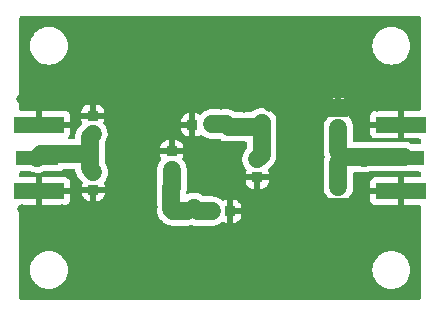
<source format=gbr>
%TF.GenerationSoftware,KiCad,Pcbnew,(6.0.1)*%
%TF.CreationDate,2022-02-12T11:42:24+00:00*%
%TF.ProjectId,LowPass_7mm,4c6f7750-6173-4735-9f37-6d6d2e6b6963,rev?*%
%TF.SameCoordinates,Original*%
%TF.FileFunction,Copper,L1,Top*%
%TF.FilePolarity,Positive*%
%FSLAX46Y46*%
G04 Gerber Fmt 4.6, Leading zero omitted, Abs format (unit mm)*
G04 Created by KiCad (PCBNEW (6.0.1)) date 2022-02-12 11:42:24*
%MOMM*%
%LPD*%
G01*
G04 APERTURE LIST*
G04 Aperture macros list*
%AMRoundRect*
0 Rectangle with rounded corners*
0 $1 Rounding radius*
0 $2 $3 $4 $5 $6 $7 $8 $9 X,Y pos of 4 corners*
0 Add a 4 corners polygon primitive as box body*
4,1,4,$2,$3,$4,$5,$6,$7,$8,$9,$2,$3,0*
0 Add four circle primitives for the rounded corners*
1,1,$1+$1,$2,$3*
1,1,$1+$1,$4,$5*
1,1,$1+$1,$6,$7*
1,1,$1+$1,$8,$9*
0 Add four rect primitives between the rounded corners*
20,1,$1+$1,$2,$3,$4,$5,0*
20,1,$1+$1,$4,$5,$6,$7,0*
20,1,$1+$1,$6,$7,$8,$9,0*
20,1,$1+$1,$8,$9,$2,$3,0*%
G04 Aperture macros list end*
%TA.AperFunction,SMDPad,CuDef*%
%ADD10RoundRect,0.225000X0.250000X-0.225000X0.250000X0.225000X-0.250000X0.225000X-0.250000X-0.225000X0*%
%TD*%
%TA.AperFunction,SMDPad,CuDef*%
%ADD11R,1.500000X0.600000*%
%TD*%
%TA.AperFunction,SMDPad,CuDef*%
%ADD12R,0.600000X1.500000*%
%TD*%
%TA.AperFunction,SMDPad,CuDef*%
%ADD13RoundRect,0.225000X-0.250000X0.225000X-0.250000X-0.225000X0.250000X-0.225000X0.250000X0.225000X0*%
%TD*%
%TA.AperFunction,SMDPad,CuDef*%
%ADD14RoundRect,0.225000X0.225000X0.250000X-0.225000X0.250000X-0.225000X-0.250000X0.225000X-0.250000X0*%
%TD*%
%TA.AperFunction,SMDPad,CuDef*%
%ADD15R,3.600000X1.270000*%
%TD*%
%TA.AperFunction,SMDPad,CuDef*%
%ADD16R,4.200000X1.350000*%
%TD*%
%TA.AperFunction,SMDPad,CuDef*%
%ADD17RoundRect,0.225000X-0.225000X-0.250000X0.225000X-0.250000X0.225000X0.250000X-0.225000X0.250000X0*%
%TD*%
%TA.AperFunction,ViaPad*%
%ADD18C,0.800000*%
%TD*%
%TA.AperFunction,Conductor*%
%ADD19C,1.500000*%
%TD*%
G04 APERTURE END LIST*
D10*
%TO.P,C4,1*%
%TO.N,Net-(C3-Pad1)*%
X113411000Y-113500200D03*
%TO.P,C4,2*%
%TO.N,GND*%
X113411000Y-111950200D03*
%TD*%
D11*
%TO.P,L1,1,1*%
%TO.N,Net-(C1-Pad1)*%
X106481200Y-112189600D03*
%TO.P,L1,2,2*%
%TO.N,Net-(C3-Pad1)*%
X113381200Y-115089600D03*
%TD*%
D12*
%TO.P,L2,1,1*%
%TO.N,Net-(C3-Pad1)*%
X115328700Y-116759400D03*
%TO.P,L2,2,2*%
%TO.N,Net-(C5-Pad1)*%
X118228700Y-109859400D03*
%TD*%
D10*
%TO.P,C1,1*%
%TO.N,Net-(C1-Pad1)*%
X106714800Y-110491400D03*
%TO.P,C1,2*%
%TO.N,GND*%
X106714800Y-108941400D03*
%TD*%
D11*
%TO.P,L3,1,1*%
%TO.N,Net-(C5-Pad1)*%
X121010000Y-109548000D03*
%TO.P,L3,2,2*%
%TO.N,Net-(C7-Pad1)*%
X127910000Y-112448000D03*
%TD*%
D13*
%TO.P,C8,1*%
%TO.N,Net-(C7-Pad1)*%
X127508000Y-114924200D03*
%TO.P,C8,2*%
%TO.N,GND*%
X127508000Y-116474200D03*
%TD*%
%TO.P,C2,1*%
%TO.N,Net-(C1-Pad1)*%
X106765600Y-113665800D03*
%TO.P,C2,2*%
%TO.N,GND*%
X106765600Y-115215800D03*
%TD*%
%TO.P,C6,1*%
%TO.N,Net-(C5-Pad1)*%
X120636400Y-112610600D03*
%TO.P,C6,2*%
%TO.N,GND*%
X120636400Y-114160600D03*
%TD*%
D14*
%TO.P,C5,1*%
%TO.N,Net-(C5-Pad1)*%
X116678300Y-109702600D03*
%TO.P,C5,2*%
%TO.N,GND*%
X115128300Y-109702600D03*
%TD*%
D15*
%TO.P,J2,1,In*%
%TO.N,Net-(C7-Pad1)*%
X133000000Y-112500000D03*
D16*
%TO.P,J2,2,Ext*%
%TO.N,GND*%
X132800000Y-109675000D03*
X132800000Y-115325000D03*
%TD*%
D15*
%TO.P,J1,1,In*%
%TO.N,Net-(C1-Pad1)*%
X102000000Y-112500000D03*
D16*
%TO.P,J1,2,Ext*%
%TO.N,GND*%
X102200000Y-109675000D03*
X102200000Y-115325000D03*
%TD*%
D10*
%TO.P,C7,1*%
%TO.N,Net-(C7-Pad1)*%
X127508000Y-109946400D03*
%TO.P,C7,2*%
%TO.N,GND*%
X127508000Y-108396400D03*
%TD*%
D17*
%TO.P,C3,1*%
%TO.N,Net-(C3-Pad1)*%
X116791100Y-117017800D03*
%TO.P,C3,2*%
%TO.N,GND*%
X118341100Y-117017800D03*
%TD*%
D18*
%TO.N,GND*%
X118135400Y-111734600D03*
X115163600Y-114782600D03*
X115112800Y-111556800D03*
X125679200Y-112496600D03*
X122961400Y-109067600D03*
X111353600Y-112369600D03*
X125704600Y-106781600D03*
X113588800Y-110337600D03*
X113893600Y-118719600D03*
X130784600Y-108231600D03*
X125679200Y-109651800D03*
X100660200Y-107492800D03*
X100685600Y-116840000D03*
X108331000Y-112826800D03*
X118556700Y-114249200D03*
X129387600Y-117883600D03*
X106807000Y-116662200D03*
X108254800Y-108737400D03*
X112090200Y-118237000D03*
X105410000Y-115062000D03*
X111379000Y-110083600D03*
X102387400Y-116890800D03*
X102133400Y-107442000D03*
X130708400Y-116969200D03*
X108315000Y-115025000D03*
X125780800Y-114657800D03*
X120661800Y-115570000D03*
X117566100Y-108051600D03*
X112344200Y-121031000D03*
X111379000Y-115189000D03*
X104114600Y-116814600D03*
X122809000Y-112649000D03*
X125806200Y-118137600D03*
X111810800Y-116636800D03*
X122885200Y-110871000D03*
X125933200Y-108204000D03*
X127127000Y-106883200D03*
X116255800Y-118745000D03*
X122211200Y-114249200D03*
X125831600Y-116611400D03*
X103759000Y-107543600D03*
X108280200Y-110871000D03*
X105308400Y-109270800D03*
X127330200Y-118086800D03*
X106629200Y-107289600D03*
X120331600Y-117144800D03*
X114681000Y-108229400D03*
X121666000Y-108204000D03*
X119507000Y-108254800D03*
X118429700Y-118618000D03*
X129133600Y-107291800D03*
%TD*%
D19*
%TO.N,Net-(C7-Pad1)*%
X129577700Y-112448000D02*
X129600900Y-112424800D01*
X127910000Y-112448000D02*
X129577700Y-112448000D01*
%TO.N,Net-(C5-Pad1)*%
X121010000Y-112237000D02*
X120636400Y-112610600D01*
X121010000Y-109548000D02*
X121010000Y-112237000D01*
X120698600Y-109859400D02*
X118228700Y-109859400D01*
X121010000Y-109548000D02*
X120698600Y-109859400D01*
%TO.N,Net-(C1-Pad1)*%
X106481200Y-112189600D02*
X102310400Y-112189600D01*
X102310400Y-112189600D02*
X102000000Y-112500000D01*
X106481200Y-113381400D02*
X106765600Y-113665800D01*
X106481200Y-112189600D02*
X106481200Y-113381400D01*
X106481200Y-110725000D02*
X106714800Y-110491400D01*
X106481200Y-112189600D02*
X106481200Y-110725000D01*
%TO.N,Net-(C3-Pad1)*%
X113381200Y-116858500D02*
X113502100Y-116979400D01*
X113381200Y-115089600D02*
X113381200Y-116858500D01*
X113411000Y-115059800D02*
X113381200Y-115089600D01*
X113411000Y-113500200D02*
X113411000Y-115059800D01*
%TO.N,GND*%
X128124180Y-116623720D02*
X125882400Y-116623720D01*
X128047980Y-108246880D02*
X125882400Y-108246880D01*
%TO.N,Net-(C3-Pad1)*%
X113502100Y-116979400D02*
X114734300Y-116979400D01*
X116791100Y-117017800D02*
X115587100Y-117017800D01*
X115587100Y-117017800D02*
X115328700Y-116759400D01*
%TO.N,Net-(C5-Pad1)*%
X116817100Y-109626400D02*
X117995700Y-109626400D01*
X117995700Y-109626400D02*
X118228700Y-109859400D01*
%TO.N,Net-(C7-Pad1)*%
X127508000Y-114924200D02*
X127508000Y-112928400D01*
X129649500Y-112473400D02*
X129727900Y-112395000D01*
X129727900Y-112395000D02*
X133027700Y-112395000D01*
X127508000Y-112928400D02*
X128011600Y-112424800D01*
X129600900Y-112424800D02*
X129649500Y-112473400D01*
X127508000Y-109946400D02*
X127508000Y-111921200D01*
X127508000Y-111921200D02*
X128011600Y-112424800D01*
%TD*%
%TA.AperFunction,Conductor*%
%TO.N,GND*%
G36*
X134442121Y-100520002D02*
G01*
X134488614Y-100573658D01*
X134500000Y-100626000D01*
X134500000Y-108366000D01*
X134479998Y-108434121D01*
X134426342Y-108480614D01*
X134374000Y-108492000D01*
X133072115Y-108492000D01*
X133056876Y-108496475D01*
X133055671Y-108497865D01*
X133054000Y-108505548D01*
X133054000Y-110839884D01*
X133058475Y-110855123D01*
X133059865Y-110856328D01*
X133067548Y-110857999D01*
X134374000Y-110857999D01*
X134442121Y-110878001D01*
X134488614Y-110931657D01*
X134500000Y-110983999D01*
X134500000Y-111238500D01*
X134479998Y-111306621D01*
X134426342Y-111353114D01*
X134374000Y-111364500D01*
X133774572Y-111364500D01*
X133707616Y-111345237D01*
X133661120Y-111316070D01*
X133597710Y-111276293D01*
X133390595Y-111193034D01*
X133385107Y-111191897D01*
X133385102Y-111191896D01*
X133192566Y-111152024D01*
X133172010Y-111147767D01*
X133167397Y-111147501D01*
X133117174Y-111144605D01*
X133117170Y-111144605D01*
X133115351Y-111144500D01*
X129818754Y-111144500D01*
X129802308Y-111143422D01*
X129786037Y-111141280D01*
X129780477Y-111140548D01*
X129774877Y-111140812D01*
X129774876Y-111140812D01*
X129699642Y-111144360D01*
X129693707Y-111144500D01*
X129671270Y-111144500D01*
X129668486Y-111144748D01*
X129668474Y-111144749D01*
X129645439Y-111146805D01*
X129640176Y-111147164D01*
X129604103Y-111148865D01*
X129557502Y-111151063D01*
X129552039Y-111152314D01*
X129552033Y-111152315D01*
X129540189Y-111155028D01*
X129523255Y-111157710D01*
X129505561Y-111159289D01*
X129500145Y-111160771D01*
X129500143Y-111160771D01*
X129425723Y-111181130D01*
X129420609Y-111182415D01*
X129368627Y-111194320D01*
X129340500Y-111197500D01*
X128884500Y-111197500D01*
X128816379Y-111177498D01*
X128769886Y-111123842D01*
X128758500Y-111071500D01*
X128758500Y-110394669D01*
X130192001Y-110394669D01*
X130192371Y-110401490D01*
X130197895Y-110452352D01*
X130201521Y-110467604D01*
X130246676Y-110588054D01*
X130255214Y-110603649D01*
X130331715Y-110705724D01*
X130344276Y-110718285D01*
X130446351Y-110794786D01*
X130461946Y-110803324D01*
X130582394Y-110848478D01*
X130597649Y-110852105D01*
X130648514Y-110857631D01*
X130655328Y-110858000D01*
X132527885Y-110858000D01*
X132543124Y-110853525D01*
X132544329Y-110852135D01*
X132546000Y-110844452D01*
X132546000Y-109947115D01*
X132541525Y-109931876D01*
X132540135Y-109930671D01*
X132532452Y-109929000D01*
X130210116Y-109929000D01*
X130194877Y-109933475D01*
X130193672Y-109934865D01*
X130192001Y-109942548D01*
X130192001Y-110394669D01*
X128758500Y-110394669D01*
X128758500Y-109889770D01*
X128755904Y-109860676D01*
X128752041Y-109817403D01*
X128743711Y-109724061D01*
X128684808Y-109508749D01*
X128676526Y-109491384D01*
X128636331Y-109407114D01*
X128634314Y-109402885D01*
X130192000Y-109402885D01*
X130196475Y-109418124D01*
X130197865Y-109419329D01*
X130205548Y-109421000D01*
X132527885Y-109421000D01*
X132543124Y-109416525D01*
X132544329Y-109415135D01*
X132546000Y-109407452D01*
X132546000Y-108510116D01*
X132541525Y-108494877D01*
X132540135Y-108493672D01*
X132532452Y-108492001D01*
X130655331Y-108492001D01*
X130648510Y-108492371D01*
X130597648Y-108497895D01*
X130582396Y-108501521D01*
X130461946Y-108546676D01*
X130446351Y-108555214D01*
X130344276Y-108631715D01*
X130331715Y-108644276D01*
X130255214Y-108746351D01*
X130246676Y-108761946D01*
X130201522Y-108882394D01*
X130197895Y-108897649D01*
X130192369Y-108948514D01*
X130192000Y-108955328D01*
X130192000Y-109402885D01*
X128634314Y-109402885D01*
X128588708Y-109307271D01*
X128458448Y-109125995D01*
X128436985Y-109105196D01*
X128401985Y-109043426D01*
X128405937Y-108972540D01*
X128417410Y-108948596D01*
X128423004Y-108939520D01*
X128429151Y-108926339D01*
X128478491Y-108777586D01*
X128481358Y-108764210D01*
X128490672Y-108673303D01*
X128490929Y-108668274D01*
X128486525Y-108653276D01*
X128485135Y-108652071D01*
X128477452Y-108650400D01*
X126543115Y-108650400D01*
X126527876Y-108654875D01*
X126526671Y-108656265D01*
X126525000Y-108663948D01*
X126525000Y-108666838D01*
X126525337Y-108673353D01*
X126534894Y-108765457D01*
X126537788Y-108778856D01*
X126587381Y-108927507D01*
X126593554Y-108940683D01*
X126599713Y-108950637D01*
X126618550Y-109019089D01*
X126597388Y-109086858D01*
X126585762Y-109101738D01*
X126511691Y-109183141D01*
X126511686Y-109183148D01*
X126507914Y-109187293D01*
X126389293Y-109376390D01*
X126306034Y-109583505D01*
X126304897Y-109588993D01*
X126304896Y-109588998D01*
X126278048Y-109718642D01*
X126260767Y-109802090D01*
X126257500Y-109858749D01*
X126257500Y-111830338D01*
X126256422Y-111846785D01*
X126253547Y-111868622D01*
X126253812Y-111874234D01*
X126257360Y-111949471D01*
X126257500Y-111955407D01*
X126257500Y-111977830D01*
X126257750Y-111980628D01*
X126259804Y-112003652D01*
X126260163Y-112008913D01*
X126264063Y-112091598D01*
X126265314Y-112097061D01*
X126265315Y-112097067D01*
X126268028Y-112108911D01*
X126270710Y-112125845D01*
X126272289Y-112143539D01*
X126273771Y-112148955D01*
X126273771Y-112148957D01*
X126294131Y-112223381D01*
X126295417Y-112228499D01*
X126299257Y-112245266D01*
X126313897Y-112309187D01*
X126316095Y-112314341D01*
X126316099Y-112314352D01*
X126320866Y-112325526D01*
X126326505Y-112341716D01*
X126331192Y-112358851D01*
X126333610Y-112363920D01*
X126338461Y-112374091D01*
X126349734Y-112444187D01*
X126343508Y-112470393D01*
X126338775Y-112483759D01*
X126336910Y-112488697D01*
X126324871Y-112518646D01*
X126306034Y-112565505D01*
X126304898Y-112570991D01*
X126304896Y-112570997D01*
X126302430Y-112582906D01*
X126297825Y-112599402D01*
X126291892Y-112616156D01*
X126287880Y-112640658D01*
X126278514Y-112697849D01*
X126277552Y-112703037D01*
X126265826Y-112759663D01*
X126260767Y-112784090D01*
X126260501Y-112788701D01*
X126260501Y-112788702D01*
X126259177Y-112811661D01*
X126257730Y-112824764D01*
X126256726Y-112830898D01*
X126256726Y-112830904D01*
X126255818Y-112836446D01*
X126255906Y-112842060D01*
X126255906Y-112842062D01*
X126257484Y-112942505D01*
X126257500Y-112944484D01*
X126257500Y-114980830D01*
X126257749Y-114983617D01*
X126257749Y-114983623D01*
X126260431Y-115013674D01*
X126272289Y-115146539D01*
X126273770Y-115151953D01*
X126273771Y-115151958D01*
X126289275Y-115208629D01*
X126331192Y-115361851D01*
X126427292Y-115563329D01*
X126557552Y-115744605D01*
X126561584Y-115748512D01*
X126579015Y-115765404D01*
X126614015Y-115827174D01*
X126610063Y-115898060D01*
X126598590Y-115922004D01*
X126592996Y-115931080D01*
X126586849Y-115944261D01*
X126537509Y-116093014D01*
X126534642Y-116106390D01*
X126525328Y-116197297D01*
X126525071Y-116202326D01*
X126529475Y-116217324D01*
X126530865Y-116218529D01*
X126538548Y-116220200D01*
X128472885Y-116220200D01*
X128488124Y-116215725D01*
X128489329Y-116214335D01*
X128491000Y-116206652D01*
X128491000Y-116203762D01*
X128490663Y-116197247D01*
X128481106Y-116105143D01*
X128478212Y-116091744D01*
X128462507Y-116044669D01*
X130192001Y-116044669D01*
X130192371Y-116051490D01*
X130197895Y-116102352D01*
X130201521Y-116117604D01*
X130246676Y-116238054D01*
X130255214Y-116253649D01*
X130331715Y-116355724D01*
X130344276Y-116368285D01*
X130446351Y-116444786D01*
X130461946Y-116453324D01*
X130582394Y-116498478D01*
X130597649Y-116502105D01*
X130648514Y-116507631D01*
X130655328Y-116508000D01*
X132527885Y-116508000D01*
X132543124Y-116503525D01*
X132544329Y-116502135D01*
X132546000Y-116494452D01*
X132546000Y-115597115D01*
X132541525Y-115581876D01*
X132540135Y-115580671D01*
X132532452Y-115579000D01*
X130210116Y-115579000D01*
X130194877Y-115583475D01*
X130193672Y-115584865D01*
X130192001Y-115592548D01*
X130192001Y-116044669D01*
X128462507Y-116044669D01*
X128428619Y-115943093D01*
X128422446Y-115929917D01*
X128416287Y-115919963D01*
X128397450Y-115851511D01*
X128418612Y-115783742D01*
X128430238Y-115768862D01*
X128504309Y-115687459D01*
X128504314Y-115687452D01*
X128508086Y-115683307D01*
X128626707Y-115494210D01*
X128709966Y-115287095D01*
X128727152Y-115204110D01*
X128754296Y-115073034D01*
X128755233Y-115068510D01*
X128756134Y-115052885D01*
X130192000Y-115052885D01*
X130196475Y-115068124D01*
X130197865Y-115069329D01*
X130205548Y-115071000D01*
X132527885Y-115071000D01*
X132543124Y-115066525D01*
X132544329Y-115065135D01*
X132546000Y-115057452D01*
X132546000Y-114160116D01*
X132541525Y-114144877D01*
X132540135Y-114143672D01*
X132532452Y-114142001D01*
X130655331Y-114142001D01*
X130648510Y-114142371D01*
X130597648Y-114147895D01*
X130582396Y-114151521D01*
X130461946Y-114196676D01*
X130446351Y-114205214D01*
X130344276Y-114281715D01*
X130331715Y-114294276D01*
X130255214Y-114396351D01*
X130246676Y-114411946D01*
X130201522Y-114532394D01*
X130197895Y-114547649D01*
X130192369Y-114598514D01*
X130192000Y-114605328D01*
X130192000Y-115052885D01*
X128756134Y-115052885D01*
X128758395Y-115013674D01*
X128758395Y-115013670D01*
X128758500Y-115011851D01*
X128758500Y-113824500D01*
X128778502Y-113756379D01*
X128832158Y-113709886D01*
X128884500Y-113698500D01*
X129365709Y-113698500D01*
X129382156Y-113699578D01*
X129464830Y-113710463D01*
X129468744Y-113711041D01*
X129552006Y-113724675D01*
X129552008Y-113724675D01*
X129557546Y-113725582D01*
X129563160Y-113725494D01*
X129563164Y-113725494D01*
X129568057Y-113725417D01*
X129586481Y-113726479D01*
X129591348Y-113727120D01*
X129591359Y-113727120D01*
X129596922Y-113727853D01*
X129651664Y-113725271D01*
X129686822Y-113723613D01*
X129690779Y-113723489D01*
X129752487Y-113722520D01*
X129780741Y-113722076D01*
X129786236Y-113720998D01*
X129786244Y-113720997D01*
X129791073Y-113720049D01*
X129809398Y-113717832D01*
X129814285Y-113717602D01*
X129814289Y-113717601D01*
X129819898Y-113717337D01*
X129825372Y-113716083D01*
X129825374Y-113716083D01*
X129864945Y-113707020D01*
X129907604Y-113697250D01*
X129911466Y-113696429D01*
X129994278Y-113680182D01*
X129999788Y-113679101D01*
X130009591Y-113675279D01*
X130027227Y-113669853D01*
X130037487Y-113667503D01*
X130042648Y-113665302D01*
X130042653Y-113665300D01*
X130065386Y-113655603D01*
X130114821Y-113645500D01*
X133084330Y-113645500D01*
X133087117Y-113645251D01*
X133087123Y-113645251D01*
X133190794Y-113635998D01*
X133201995Y-113635499D01*
X134374000Y-113635499D01*
X134442121Y-113655501D01*
X134488614Y-113709157D01*
X134500000Y-113761499D01*
X134500000Y-114016000D01*
X134479998Y-114084121D01*
X134426342Y-114130614D01*
X134374000Y-114142000D01*
X133072115Y-114142000D01*
X133056876Y-114146475D01*
X133055671Y-114147865D01*
X133054000Y-114155548D01*
X133054000Y-116489884D01*
X133058475Y-116505123D01*
X133059865Y-116506328D01*
X133067548Y-116507999D01*
X134374000Y-116507999D01*
X134442121Y-116528001D01*
X134488614Y-116581657D01*
X134500000Y-116633999D01*
X134500000Y-124374000D01*
X134479998Y-124442121D01*
X134426342Y-124488614D01*
X134374000Y-124500000D01*
X100626000Y-124500000D01*
X100557879Y-124479998D01*
X100511386Y-124426342D01*
X100500000Y-124374000D01*
X100500000Y-122000000D01*
X101394551Y-122000000D01*
X101414317Y-122251148D01*
X101473127Y-122496111D01*
X101569534Y-122728859D01*
X101701164Y-122943659D01*
X101704376Y-122947419D01*
X101704379Y-122947424D01*
X101849256Y-123117052D01*
X101864776Y-123135224D01*
X101868538Y-123138437D01*
X102052576Y-123295621D01*
X102052581Y-123295624D01*
X102056341Y-123298836D01*
X102271141Y-123430466D01*
X102275711Y-123432359D01*
X102275715Y-123432361D01*
X102499316Y-123524979D01*
X102503889Y-123526873D01*
X102588289Y-123547135D01*
X102744039Y-123584528D01*
X102744045Y-123584529D01*
X102748852Y-123585683D01*
X102837149Y-123592632D01*
X102934661Y-123600307D01*
X102934670Y-123600307D01*
X102937118Y-123600500D01*
X103062882Y-123600500D01*
X103065330Y-123600307D01*
X103065339Y-123600307D01*
X103162851Y-123592632D01*
X103251148Y-123585683D01*
X103255955Y-123584529D01*
X103255961Y-123584528D01*
X103411711Y-123547135D01*
X103496111Y-123526873D01*
X103500684Y-123524979D01*
X103724285Y-123432361D01*
X103724289Y-123432359D01*
X103728859Y-123430466D01*
X103943659Y-123298836D01*
X103947419Y-123295624D01*
X103947424Y-123295621D01*
X104131462Y-123138437D01*
X104135224Y-123135224D01*
X104150744Y-123117052D01*
X104295621Y-122947424D01*
X104295624Y-122947419D01*
X104298836Y-122943659D01*
X104430466Y-122728859D01*
X104526873Y-122496111D01*
X104585683Y-122251148D01*
X104605449Y-122000000D01*
X130394551Y-122000000D01*
X130414317Y-122251148D01*
X130473127Y-122496111D01*
X130569534Y-122728859D01*
X130701164Y-122943659D01*
X130704376Y-122947419D01*
X130704379Y-122947424D01*
X130849256Y-123117052D01*
X130864776Y-123135224D01*
X130868538Y-123138437D01*
X131052576Y-123295621D01*
X131052581Y-123295624D01*
X131056341Y-123298836D01*
X131271141Y-123430466D01*
X131275711Y-123432359D01*
X131275715Y-123432361D01*
X131499316Y-123524979D01*
X131503889Y-123526873D01*
X131588289Y-123547135D01*
X131744039Y-123584528D01*
X131744045Y-123584529D01*
X131748852Y-123585683D01*
X131837149Y-123592632D01*
X131934661Y-123600307D01*
X131934670Y-123600307D01*
X131937118Y-123600500D01*
X132062882Y-123600500D01*
X132065330Y-123600307D01*
X132065339Y-123600307D01*
X132162851Y-123592632D01*
X132251148Y-123585683D01*
X132255955Y-123584529D01*
X132255961Y-123584528D01*
X132411711Y-123547135D01*
X132496111Y-123526873D01*
X132500684Y-123524979D01*
X132724285Y-123432361D01*
X132724289Y-123432359D01*
X132728859Y-123430466D01*
X132943659Y-123298836D01*
X132947419Y-123295624D01*
X132947424Y-123295621D01*
X133131462Y-123138437D01*
X133135224Y-123135224D01*
X133150744Y-123117052D01*
X133295621Y-122947424D01*
X133295624Y-122947419D01*
X133298836Y-122943659D01*
X133430466Y-122728859D01*
X133526873Y-122496111D01*
X133585683Y-122251148D01*
X133605449Y-122000000D01*
X133585683Y-121748852D01*
X133526873Y-121503889D01*
X133430466Y-121271141D01*
X133298836Y-121056341D01*
X133295624Y-121052581D01*
X133295621Y-121052576D01*
X133138437Y-120868538D01*
X133135224Y-120864776D01*
X133117052Y-120849256D01*
X132947424Y-120704379D01*
X132947419Y-120704376D01*
X132943659Y-120701164D01*
X132728859Y-120569534D01*
X132724289Y-120567641D01*
X132724285Y-120567639D01*
X132500684Y-120475021D01*
X132500682Y-120475020D01*
X132496111Y-120473127D01*
X132411711Y-120452865D01*
X132255961Y-120415472D01*
X132255955Y-120415471D01*
X132251148Y-120414317D01*
X132162851Y-120407368D01*
X132065339Y-120399693D01*
X132065330Y-120399693D01*
X132062882Y-120399500D01*
X131937118Y-120399500D01*
X131934670Y-120399693D01*
X131934661Y-120399693D01*
X131837149Y-120407368D01*
X131748852Y-120414317D01*
X131744045Y-120415471D01*
X131744039Y-120415472D01*
X131588289Y-120452865D01*
X131503889Y-120473127D01*
X131499318Y-120475020D01*
X131499316Y-120475021D01*
X131275715Y-120567639D01*
X131275711Y-120567641D01*
X131271141Y-120569534D01*
X131056341Y-120701164D01*
X131052581Y-120704376D01*
X131052576Y-120704379D01*
X130882948Y-120849256D01*
X130864776Y-120864776D01*
X130861563Y-120868538D01*
X130704379Y-121052576D01*
X130704376Y-121052581D01*
X130701164Y-121056341D01*
X130569534Y-121271141D01*
X130473127Y-121503889D01*
X130414317Y-121748852D01*
X130394551Y-122000000D01*
X104605449Y-122000000D01*
X104585683Y-121748852D01*
X104526873Y-121503889D01*
X104430466Y-121271141D01*
X104298836Y-121056341D01*
X104295624Y-121052581D01*
X104295621Y-121052576D01*
X104138437Y-120868538D01*
X104135224Y-120864776D01*
X104117052Y-120849256D01*
X103947424Y-120704379D01*
X103947419Y-120704376D01*
X103943659Y-120701164D01*
X103728859Y-120569534D01*
X103724289Y-120567641D01*
X103724285Y-120567639D01*
X103500684Y-120475021D01*
X103500682Y-120475020D01*
X103496111Y-120473127D01*
X103411711Y-120452865D01*
X103255961Y-120415472D01*
X103255955Y-120415471D01*
X103251148Y-120414317D01*
X103162851Y-120407368D01*
X103065339Y-120399693D01*
X103065330Y-120399693D01*
X103062882Y-120399500D01*
X102937118Y-120399500D01*
X102934670Y-120399693D01*
X102934661Y-120399693D01*
X102837149Y-120407368D01*
X102748852Y-120414317D01*
X102744045Y-120415471D01*
X102744039Y-120415472D01*
X102588289Y-120452865D01*
X102503889Y-120473127D01*
X102499318Y-120475020D01*
X102499316Y-120475021D01*
X102275715Y-120567639D01*
X102275711Y-120567641D01*
X102271141Y-120569534D01*
X102056341Y-120701164D01*
X102052581Y-120704376D01*
X102052576Y-120704379D01*
X101882948Y-120849256D01*
X101864776Y-120864776D01*
X101861563Y-120868538D01*
X101704379Y-121052576D01*
X101704376Y-121052581D01*
X101701164Y-121056341D01*
X101569534Y-121271141D01*
X101473127Y-121503889D01*
X101414317Y-121748852D01*
X101394551Y-122000000D01*
X100500000Y-122000000D01*
X100500000Y-116805922D01*
X112126747Y-116805922D01*
X112127012Y-116811534D01*
X112130560Y-116886771D01*
X112130700Y-116892707D01*
X112130700Y-116915130D01*
X112130950Y-116917928D01*
X112133004Y-116940952D01*
X112133363Y-116946213D01*
X112137263Y-117028898D01*
X112138514Y-117034361D01*
X112138515Y-117034367D01*
X112141228Y-117046211D01*
X112143910Y-117063145D01*
X112145489Y-117080839D01*
X112146971Y-117086255D01*
X112146971Y-117086257D01*
X112167331Y-117160681D01*
X112168617Y-117165799D01*
X112187097Y-117246487D01*
X112189295Y-117251641D01*
X112189299Y-117251652D01*
X112194066Y-117262826D01*
X112199705Y-117279016D01*
X112204392Y-117296151D01*
X112240035Y-117370877D01*
X112242193Y-117375657D01*
X112274676Y-117451813D01*
X112284436Y-117466671D01*
X112292842Y-117481591D01*
X112300492Y-117497629D01*
X112303763Y-117502182D01*
X112303766Y-117502186D01*
X112348789Y-117564841D01*
X112351777Y-117569187D01*
X112397231Y-117638384D01*
X112400306Y-117641835D01*
X112415598Y-117658999D01*
X112423840Y-117669286D01*
X112430752Y-117678905D01*
X112483861Y-117730371D01*
X112506991Y-117752786D01*
X112508401Y-117754175D01*
X112553610Y-117799384D01*
X112564477Y-117811774D01*
X112577890Y-117829254D01*
X112600703Y-117850012D01*
X112637776Y-117883746D01*
X112642071Y-117887845D01*
X112657906Y-117903680D01*
X112677809Y-117920321D01*
X112681766Y-117923774D01*
X112742993Y-117979486D01*
X112747747Y-117982468D01*
X112747748Y-117982469D01*
X112758038Y-117988924D01*
X112771896Y-117998991D01*
X112785537Y-118010397D01*
X112790411Y-118013177D01*
X112857443Y-118051412D01*
X112861949Y-118054108D01*
X112932090Y-118098107D01*
X112948588Y-118104739D01*
X112964001Y-118112191D01*
X112979437Y-118120995D01*
X113033682Y-118140204D01*
X113057461Y-118148625D01*
X113062397Y-118150490D01*
X113139205Y-118181366D01*
X113144691Y-118182502D01*
X113144697Y-118182504D01*
X113156606Y-118184970D01*
X113173102Y-118189575D01*
X113189856Y-118195508D01*
X113195393Y-118196415D01*
X113195394Y-118196415D01*
X113271544Y-118208885D01*
X113276733Y-118209847D01*
X113353265Y-118225696D01*
X113357790Y-118226633D01*
X113362400Y-118226899D01*
X113362401Y-118226899D01*
X113385361Y-118228223D01*
X113398467Y-118229670D01*
X113404602Y-118230675D01*
X113404609Y-118230676D01*
X113410145Y-118231582D01*
X113415759Y-118231494D01*
X113415761Y-118231494D01*
X113516204Y-118229916D01*
X113518183Y-118229900D01*
X114790930Y-118229900D01*
X114793717Y-118229651D01*
X114793723Y-118229651D01*
X114864120Y-118223368D01*
X114956639Y-118215111D01*
X115068063Y-118184629D01*
X115139046Y-118185947D01*
X115148306Y-118189256D01*
X115218991Y-118217671D01*
X115219001Y-118217674D01*
X115224205Y-118219766D01*
X115229699Y-118220904D01*
X115229703Y-118220905D01*
X115241597Y-118223368D01*
X115258108Y-118227978D01*
X115262886Y-118229670D01*
X115274857Y-118233909D01*
X115346063Y-118245569D01*
X115356550Y-118247286D01*
X115361741Y-118248248D01*
X115442790Y-118265033D01*
X115447400Y-118265299D01*
X115447401Y-118265299D01*
X115470362Y-118266623D01*
X115483468Y-118268070D01*
X115489603Y-118269075D01*
X115489610Y-118269076D01*
X115495146Y-118269982D01*
X115500760Y-118269894D01*
X115500762Y-118269894D01*
X115601205Y-118268316D01*
X115603184Y-118268300D01*
X116847730Y-118268300D01*
X116850517Y-118268051D01*
X116850523Y-118268051D01*
X116920097Y-118261841D01*
X117013439Y-118253511D01*
X117018853Y-118252030D01*
X117018858Y-118252029D01*
X117176563Y-118208885D01*
X117228751Y-118194608D01*
X117233809Y-118192196D01*
X117233813Y-118192194D01*
X117379159Y-118122867D01*
X117430229Y-118098508D01*
X117611505Y-117968248D01*
X117632304Y-117946785D01*
X117694074Y-117911785D01*
X117764960Y-117915737D01*
X117788904Y-117927210D01*
X117797980Y-117932804D01*
X117811161Y-117938951D01*
X117959914Y-117988291D01*
X117973290Y-117991158D01*
X118064197Y-118000472D01*
X118069226Y-118000729D01*
X118084224Y-117996325D01*
X118085429Y-117994935D01*
X118087100Y-117987252D01*
X118087100Y-117982685D01*
X118595100Y-117982685D01*
X118599575Y-117997924D01*
X118600965Y-117999129D01*
X118608648Y-118000800D01*
X118611538Y-118000800D01*
X118618053Y-118000463D01*
X118710157Y-117990906D01*
X118723556Y-117988012D01*
X118872207Y-117938419D01*
X118885386Y-117932245D01*
X119018273Y-117850012D01*
X119029674Y-117840976D01*
X119140086Y-117730371D01*
X119149098Y-117718960D01*
X119231104Y-117585920D01*
X119237251Y-117572739D01*
X119286591Y-117423986D01*
X119289458Y-117410610D01*
X119298772Y-117319703D01*
X119299100Y-117313287D01*
X119299100Y-117289915D01*
X119294625Y-117274676D01*
X119293235Y-117273471D01*
X119285552Y-117271800D01*
X118613215Y-117271800D01*
X118597976Y-117276275D01*
X118596771Y-117277665D01*
X118595100Y-117285348D01*
X118595100Y-117982685D01*
X118087100Y-117982685D01*
X118087100Y-116745685D01*
X118595100Y-116745685D01*
X118599575Y-116760924D01*
X118600965Y-116762129D01*
X118608648Y-116763800D01*
X119280985Y-116763800D01*
X119296224Y-116759325D01*
X119297429Y-116757935D01*
X119299100Y-116750252D01*
X119299100Y-116744638D01*
X126525000Y-116744638D01*
X126525337Y-116751153D01*
X126534894Y-116843257D01*
X126537788Y-116856656D01*
X126587381Y-117005307D01*
X126593555Y-117018486D01*
X126675788Y-117151373D01*
X126684824Y-117162774D01*
X126795429Y-117273186D01*
X126806840Y-117282198D01*
X126939880Y-117364204D01*
X126953061Y-117370351D01*
X127101814Y-117419691D01*
X127115190Y-117422558D01*
X127206097Y-117431872D01*
X127212513Y-117432200D01*
X127235885Y-117432200D01*
X127251124Y-117427725D01*
X127252329Y-117426335D01*
X127254000Y-117418652D01*
X127254000Y-117414085D01*
X127762000Y-117414085D01*
X127766475Y-117429324D01*
X127767865Y-117430529D01*
X127775548Y-117432200D01*
X127803438Y-117432200D01*
X127809953Y-117431863D01*
X127902057Y-117422306D01*
X127915456Y-117419412D01*
X128064107Y-117369819D01*
X128077286Y-117363645D01*
X128210173Y-117281412D01*
X128221574Y-117272376D01*
X128331986Y-117161771D01*
X128340998Y-117150360D01*
X128423004Y-117017320D01*
X128429151Y-117004139D01*
X128478491Y-116855386D01*
X128481358Y-116842010D01*
X128490672Y-116751103D01*
X128490929Y-116746074D01*
X128486525Y-116731076D01*
X128485135Y-116729871D01*
X128477452Y-116728200D01*
X127780115Y-116728200D01*
X127764876Y-116732675D01*
X127763671Y-116734065D01*
X127762000Y-116741748D01*
X127762000Y-117414085D01*
X127254000Y-117414085D01*
X127254000Y-116746315D01*
X127249525Y-116731076D01*
X127248135Y-116729871D01*
X127240452Y-116728200D01*
X126543115Y-116728200D01*
X126527876Y-116732675D01*
X126526671Y-116734065D01*
X126525000Y-116741748D01*
X126525000Y-116744638D01*
X119299100Y-116744638D01*
X119299100Y-116722362D01*
X119298763Y-116715847D01*
X119289206Y-116623743D01*
X119286312Y-116610344D01*
X119236719Y-116461693D01*
X119230545Y-116448514D01*
X119148312Y-116315627D01*
X119139276Y-116304226D01*
X119028671Y-116193814D01*
X119017260Y-116184802D01*
X118884220Y-116102796D01*
X118871039Y-116096649D01*
X118722286Y-116047309D01*
X118708910Y-116044442D01*
X118618003Y-116035128D01*
X118612974Y-116034871D01*
X118597976Y-116039275D01*
X118596771Y-116040665D01*
X118595100Y-116048348D01*
X118595100Y-116745685D01*
X118087100Y-116745685D01*
X118087100Y-116052915D01*
X118082625Y-116037676D01*
X118081235Y-116036471D01*
X118073552Y-116034800D01*
X118070662Y-116034800D01*
X118064147Y-116035137D01*
X117972043Y-116044694D01*
X117958644Y-116047588D01*
X117809993Y-116097181D01*
X117796817Y-116103354D01*
X117786863Y-116109513D01*
X117718411Y-116128350D01*
X117650642Y-116107188D01*
X117635762Y-116095562D01*
X117554359Y-116021491D01*
X117554352Y-116021486D01*
X117550207Y-116017714D01*
X117361110Y-115899093D01*
X117204109Y-115835979D01*
X117159197Y-115817925D01*
X117159195Y-115817924D01*
X117153995Y-115815834D01*
X117148507Y-115814697D01*
X117148502Y-115814696D01*
X116983945Y-115780618D01*
X116935410Y-115770567D01*
X116930797Y-115770301D01*
X116880574Y-115767405D01*
X116880570Y-115767405D01*
X116878751Y-115767300D01*
X116137519Y-115767300D01*
X116069398Y-115747298D01*
X116056701Y-115737967D01*
X116052084Y-115734107D01*
X116032076Y-115713005D01*
X116012931Y-115687459D01*
X115986246Y-115651854D01*
X115914731Y-115598256D01*
X115878706Y-115571256D01*
X115878703Y-115571254D01*
X115871524Y-115565874D01*
X115778808Y-115531117D01*
X115744675Y-115518321D01*
X115744673Y-115518321D01*
X115737280Y-115515549D01*
X115729430Y-115514696D01*
X115729429Y-115514696D01*
X115679474Y-115509269D01*
X115679473Y-115509269D01*
X115676077Y-115508900D01*
X115441172Y-115508900D01*
X115431817Y-115508140D01*
X115431788Y-115508536D01*
X115426196Y-115508125D01*
X115420654Y-115507218D01*
X115415040Y-115507306D01*
X115415037Y-115507306D01*
X115314561Y-115508885D01*
X115312581Y-115508901D01*
X114981324Y-115508901D01*
X114977930Y-115509270D01*
X114977924Y-115509270D01*
X114927978Y-115514695D01*
X114927974Y-115514696D01*
X114920120Y-115515549D01*
X114819103Y-115553418D01*
X114801929Y-115559856D01*
X114731122Y-115565039D01*
X114668753Y-115531117D01*
X114634624Y-115468862D01*
X114631700Y-115441874D01*
X114631700Y-115354254D01*
X114633356Y-115333895D01*
X114640485Y-115290355D01*
X114641443Y-115285185D01*
X114658233Y-115204110D01*
X114659823Y-115176538D01*
X114661270Y-115163432D01*
X114662275Y-115157296D01*
X114662275Y-115157291D01*
X114663182Y-115151754D01*
X114662444Y-115104724D01*
X114661516Y-115045665D01*
X114661500Y-115043687D01*
X114661500Y-114431038D01*
X119653400Y-114431038D01*
X119653737Y-114437553D01*
X119663294Y-114529657D01*
X119666188Y-114543056D01*
X119715781Y-114691707D01*
X119721955Y-114704886D01*
X119804188Y-114837773D01*
X119813224Y-114849174D01*
X119923829Y-114959586D01*
X119935240Y-114968598D01*
X120068280Y-115050604D01*
X120081461Y-115056751D01*
X120230214Y-115106091D01*
X120243590Y-115108958D01*
X120334497Y-115118272D01*
X120340913Y-115118600D01*
X120364285Y-115118600D01*
X120379524Y-115114125D01*
X120380729Y-115112735D01*
X120382400Y-115105052D01*
X120382400Y-115100485D01*
X120890400Y-115100485D01*
X120894875Y-115115724D01*
X120896265Y-115116929D01*
X120903948Y-115118600D01*
X120931838Y-115118600D01*
X120938353Y-115118263D01*
X121030457Y-115108706D01*
X121043856Y-115105812D01*
X121192507Y-115056219D01*
X121205686Y-115050045D01*
X121338573Y-114967812D01*
X121349974Y-114958776D01*
X121460386Y-114848171D01*
X121469398Y-114836760D01*
X121551404Y-114703720D01*
X121557551Y-114690539D01*
X121606891Y-114541786D01*
X121609758Y-114528410D01*
X121619072Y-114437503D01*
X121619329Y-114432474D01*
X121614925Y-114417476D01*
X121613535Y-114416271D01*
X121605852Y-114414600D01*
X120908515Y-114414600D01*
X120893276Y-114419075D01*
X120892071Y-114420465D01*
X120890400Y-114428148D01*
X120890400Y-115100485D01*
X120382400Y-115100485D01*
X120382400Y-114432715D01*
X120377925Y-114417476D01*
X120376535Y-114416271D01*
X120368852Y-114414600D01*
X119671515Y-114414600D01*
X119656276Y-114419075D01*
X119655071Y-114420465D01*
X119653400Y-114428148D01*
X119653400Y-114431038D01*
X114661500Y-114431038D01*
X114661500Y-113443570D01*
X114661191Y-113440100D01*
X114654344Y-113363389D01*
X114646711Y-113277861D01*
X114587808Y-113062549D01*
X114585320Y-113057331D01*
X114524676Y-112930190D01*
X114491708Y-112861071D01*
X114361448Y-112679795D01*
X114339985Y-112658996D01*
X114304985Y-112597226D01*
X114308937Y-112526340D01*
X114320410Y-112502396D01*
X114326004Y-112493320D01*
X114332151Y-112480139D01*
X114381491Y-112331386D01*
X114384358Y-112318010D01*
X114393672Y-112227103D01*
X114393929Y-112222074D01*
X114389525Y-112207076D01*
X114388135Y-112205871D01*
X114380452Y-112204200D01*
X112446115Y-112204200D01*
X112430876Y-112208675D01*
X112429671Y-112210065D01*
X112428000Y-112217748D01*
X112428000Y-112220638D01*
X112428337Y-112227153D01*
X112437894Y-112319257D01*
X112440788Y-112332656D01*
X112490381Y-112481307D01*
X112496554Y-112494483D01*
X112502713Y-112504437D01*
X112521550Y-112572889D01*
X112500388Y-112640658D01*
X112488762Y-112655538D01*
X112414691Y-112736941D01*
X112414686Y-112736948D01*
X112410914Y-112741093D01*
X112292293Y-112930190D01*
X112209034Y-113137305D01*
X112207897Y-113142793D01*
X112207896Y-113142798D01*
X112199055Y-113185490D01*
X112163767Y-113355890D01*
X112160500Y-113412549D01*
X112160500Y-114596423D01*
X112152482Y-114640652D01*
X112140913Y-114671514D01*
X112137349Y-114681020D01*
X112130700Y-114742223D01*
X112130700Y-114977128D01*
X112129940Y-114986484D01*
X112130336Y-114986513D01*
X112129925Y-114992104D01*
X112129018Y-114997646D01*
X112129106Y-115003260D01*
X112129106Y-115003263D01*
X112130684Y-115103705D01*
X112130700Y-115105684D01*
X112130700Y-116767638D01*
X112129622Y-116784085D01*
X112126747Y-116805922D01*
X100500000Y-116805922D01*
X100500000Y-116634000D01*
X100520002Y-116565879D01*
X100573658Y-116519386D01*
X100626000Y-116508000D01*
X101927885Y-116508000D01*
X101943124Y-116503525D01*
X101944329Y-116502135D01*
X101946000Y-116494452D01*
X101946000Y-116489884D01*
X102454000Y-116489884D01*
X102458475Y-116505123D01*
X102459865Y-116506328D01*
X102467548Y-116507999D01*
X104344669Y-116507999D01*
X104351490Y-116507629D01*
X104402352Y-116502105D01*
X104417604Y-116498479D01*
X104538054Y-116453324D01*
X104553649Y-116444786D01*
X104655724Y-116368285D01*
X104668285Y-116355724D01*
X104744786Y-116253649D01*
X104753324Y-116238054D01*
X104798478Y-116117606D01*
X104802105Y-116102351D01*
X104807631Y-116051486D01*
X104808000Y-116044672D01*
X104808000Y-115597115D01*
X104803525Y-115581876D01*
X104802135Y-115580671D01*
X104794452Y-115579000D01*
X102472115Y-115579000D01*
X102456876Y-115583475D01*
X102455671Y-115584865D01*
X102454000Y-115592548D01*
X102454000Y-116489884D01*
X101946000Y-116489884D01*
X101946000Y-115486238D01*
X105782600Y-115486238D01*
X105782937Y-115492753D01*
X105792494Y-115584857D01*
X105795388Y-115598256D01*
X105844981Y-115746907D01*
X105851155Y-115760086D01*
X105933388Y-115892973D01*
X105942424Y-115904374D01*
X106053029Y-116014786D01*
X106064440Y-116023798D01*
X106197480Y-116105804D01*
X106210661Y-116111951D01*
X106359414Y-116161291D01*
X106372790Y-116164158D01*
X106463697Y-116173472D01*
X106470113Y-116173800D01*
X106493485Y-116173800D01*
X106508724Y-116169325D01*
X106509929Y-116167935D01*
X106511600Y-116160252D01*
X106511600Y-116155685D01*
X107019600Y-116155685D01*
X107024075Y-116170924D01*
X107025465Y-116172129D01*
X107033148Y-116173800D01*
X107061038Y-116173800D01*
X107067553Y-116173463D01*
X107159657Y-116163906D01*
X107173056Y-116161012D01*
X107321707Y-116111419D01*
X107334886Y-116105245D01*
X107467773Y-116023012D01*
X107479174Y-116013976D01*
X107589586Y-115903371D01*
X107598598Y-115891960D01*
X107680604Y-115758920D01*
X107686751Y-115745739D01*
X107736091Y-115596986D01*
X107738958Y-115583610D01*
X107748272Y-115492703D01*
X107748529Y-115487674D01*
X107744125Y-115472676D01*
X107742735Y-115471471D01*
X107735052Y-115469800D01*
X107037715Y-115469800D01*
X107022476Y-115474275D01*
X107021271Y-115475665D01*
X107019600Y-115483348D01*
X107019600Y-116155685D01*
X106511600Y-116155685D01*
X106511600Y-115487915D01*
X106507125Y-115472676D01*
X106505735Y-115471471D01*
X106498052Y-115469800D01*
X105800715Y-115469800D01*
X105785476Y-115474275D01*
X105784271Y-115475665D01*
X105782600Y-115483348D01*
X105782600Y-115486238D01*
X101946000Y-115486238D01*
X101946000Y-115052885D01*
X102454000Y-115052885D01*
X102458475Y-115068124D01*
X102459865Y-115069329D01*
X102467548Y-115071000D01*
X104789884Y-115071000D01*
X104805123Y-115066525D01*
X104806328Y-115065135D01*
X104807999Y-115057452D01*
X104807999Y-114605331D01*
X104807629Y-114598510D01*
X104802105Y-114547648D01*
X104798479Y-114532396D01*
X104753324Y-114411946D01*
X104744786Y-114396351D01*
X104668285Y-114294276D01*
X104655724Y-114281715D01*
X104553649Y-114205214D01*
X104538054Y-114196676D01*
X104417606Y-114151522D01*
X104402351Y-114147895D01*
X104351486Y-114142369D01*
X104344672Y-114142000D01*
X102472115Y-114142000D01*
X102456876Y-114146475D01*
X102455671Y-114147865D01*
X102454000Y-114155548D01*
X102454000Y-115052885D01*
X101946000Y-115052885D01*
X101946000Y-114160116D01*
X101941525Y-114144877D01*
X101940135Y-114143672D01*
X101932452Y-114142001D01*
X100626000Y-114142001D01*
X100557879Y-114121999D01*
X100511386Y-114068343D01*
X100500000Y-114016001D01*
X100500000Y-113761500D01*
X100520002Y-113693379D01*
X100573658Y-113646886D01*
X100626000Y-113635500D01*
X101440698Y-113635500D01*
X101499656Y-113650145D01*
X101513453Y-113657450D01*
X101726109Y-113725316D01*
X101731667Y-113726048D01*
X101731668Y-113726048D01*
X101941852Y-113753720D01*
X101941856Y-113753720D01*
X101947422Y-113754453D01*
X102170398Y-113743937D01*
X102387987Y-113694103D01*
X102393148Y-113691902D01*
X102393153Y-113691900D01*
X102501695Y-113645602D01*
X102551130Y-113635499D01*
X103847376Y-113635499D01*
X103850770Y-113635130D01*
X103850776Y-113635130D01*
X103900722Y-113629705D01*
X103900726Y-113629704D01*
X103908580Y-113628851D01*
X104042824Y-113578526D01*
X104050003Y-113573146D01*
X104050006Y-113573144D01*
X104150365Y-113497928D01*
X104157546Y-113492546D01*
X104162927Y-113485366D01*
X104169277Y-113479016D01*
X104171494Y-113481233D01*
X104215906Y-113448022D01*
X104259879Y-113440100D01*
X105112549Y-113440100D01*
X105180670Y-113460102D01*
X105227163Y-113513758D01*
X105237082Y-113547965D01*
X105237263Y-113551798D01*
X105238514Y-113557262D01*
X105238515Y-113557266D01*
X105241228Y-113569111D01*
X105243910Y-113586045D01*
X105245489Y-113603739D01*
X105246971Y-113609155D01*
X105246971Y-113609157D01*
X105267331Y-113683581D01*
X105268617Y-113688699D01*
X105280981Y-113742685D01*
X105287097Y-113769387D01*
X105289295Y-113774541D01*
X105289299Y-113774552D01*
X105294066Y-113785726D01*
X105299705Y-113801916D01*
X105304392Y-113819051D01*
X105340035Y-113893777D01*
X105342193Y-113898557D01*
X105374676Y-113974713D01*
X105384436Y-113989571D01*
X105392842Y-114004491D01*
X105400492Y-114020529D01*
X105403763Y-114025082D01*
X105403766Y-114025086D01*
X105448789Y-114087741D01*
X105451779Y-114092090D01*
X105494622Y-114157312D01*
X105497231Y-114161284D01*
X105500306Y-114164735D01*
X105515598Y-114181899D01*
X105523840Y-114192186D01*
X105530752Y-114201805D01*
X105534779Y-114205707D01*
X105606991Y-114275686D01*
X105608401Y-114277075D01*
X105838671Y-114507345D01*
X105872697Y-114569657D01*
X105867632Y-114640472D01*
X105856836Y-114662556D01*
X105850596Y-114672680D01*
X105844449Y-114685861D01*
X105795109Y-114834614D01*
X105792242Y-114847990D01*
X105782928Y-114938897D01*
X105782671Y-114943926D01*
X105787075Y-114958924D01*
X105788465Y-114960129D01*
X105796148Y-114961800D01*
X107730485Y-114961800D01*
X107745724Y-114957325D01*
X107746929Y-114955935D01*
X107748600Y-114948252D01*
X107748600Y-114945362D01*
X107748263Y-114938847D01*
X107738706Y-114846743D01*
X107735812Y-114833344D01*
X107686219Y-114684693D01*
X107680045Y-114671514D01*
X107676124Y-114665177D01*
X107657288Y-114596725D01*
X107678451Y-114528956D01*
X107684117Y-114521130D01*
X107815130Y-114354045D01*
X107815133Y-114354041D01*
X107818596Y-114349624D01*
X107923049Y-114152347D01*
X107990915Y-113939691D01*
X107996331Y-113898557D01*
X108008687Y-113804703D01*
X108020052Y-113718377D01*
X108019166Y-113699578D01*
X108014046Y-113591010D01*
X108009537Y-113495402D01*
X107959703Y-113277812D01*
X107957413Y-113272442D01*
X107874328Y-113077654D01*
X107874328Y-113077653D01*
X107872124Y-113072487D01*
X107752388Y-112890206D01*
X107731700Y-112821030D01*
X107731700Y-112230693D01*
X107731909Y-112223440D01*
X107735811Y-112155769D01*
X107735811Y-112155766D01*
X107736134Y-112150162D01*
X107732613Y-112121065D01*
X107731700Y-112105929D01*
X107731700Y-111678326D01*
X112428071Y-111678326D01*
X112432475Y-111693324D01*
X112433865Y-111694529D01*
X112441548Y-111696200D01*
X113138885Y-111696200D01*
X113154124Y-111691725D01*
X113155329Y-111690335D01*
X113157000Y-111682652D01*
X113157000Y-111678085D01*
X113665000Y-111678085D01*
X113669475Y-111693324D01*
X113670865Y-111694529D01*
X113678548Y-111696200D01*
X114375885Y-111696200D01*
X114391124Y-111691725D01*
X114392329Y-111690335D01*
X114394000Y-111682652D01*
X114394000Y-111679762D01*
X114393663Y-111673247D01*
X114384106Y-111581143D01*
X114381212Y-111567744D01*
X114331619Y-111419093D01*
X114325445Y-111405914D01*
X114243212Y-111273027D01*
X114234176Y-111261626D01*
X114123571Y-111151214D01*
X114112160Y-111142202D01*
X113979120Y-111060196D01*
X113965939Y-111054049D01*
X113817186Y-111004709D01*
X113803810Y-111001842D01*
X113712903Y-110992528D01*
X113706486Y-110992200D01*
X113683115Y-110992200D01*
X113667876Y-110996675D01*
X113666671Y-110998065D01*
X113665000Y-111005748D01*
X113665000Y-111678085D01*
X113157000Y-111678085D01*
X113157000Y-111010315D01*
X113152525Y-110995076D01*
X113151135Y-110993871D01*
X113143452Y-110992200D01*
X113115562Y-110992200D01*
X113109047Y-110992537D01*
X113016943Y-111002094D01*
X113003544Y-111004988D01*
X112854893Y-111054581D01*
X112841714Y-111060755D01*
X112708827Y-111142988D01*
X112697426Y-111152024D01*
X112587014Y-111262629D01*
X112578002Y-111274040D01*
X112495996Y-111407080D01*
X112489849Y-111420261D01*
X112440509Y-111569014D01*
X112437642Y-111582390D01*
X112428328Y-111673297D01*
X112428071Y-111678326D01*
X107731700Y-111678326D01*
X107731700Y-111266086D01*
X107748252Y-111203658D01*
X107853619Y-111018930D01*
X107853619Y-111018929D01*
X107856395Y-111014063D01*
X107858264Y-111008786D01*
X107858266Y-111008781D01*
X107929035Y-110808934D01*
X107929036Y-110808931D01*
X107930908Y-110803644D01*
X107966982Y-110583354D01*
X107965586Y-110494449D01*
X107963564Y-110365772D01*
X107963476Y-110360159D01*
X107951508Y-110299159D01*
X107921581Y-110146621D01*
X107921581Y-110146619D01*
X107920500Y-110141112D01*
X107897699Y-110082629D01*
X107870674Y-110013314D01*
X107864718Y-109998038D01*
X114170300Y-109998038D01*
X114170637Y-110004553D01*
X114180194Y-110096657D01*
X114183088Y-110110056D01*
X114232681Y-110258707D01*
X114238855Y-110271886D01*
X114321088Y-110404773D01*
X114330124Y-110416174D01*
X114440729Y-110526586D01*
X114452140Y-110535598D01*
X114585180Y-110617604D01*
X114598361Y-110623751D01*
X114747114Y-110673091D01*
X114760490Y-110675958D01*
X114851397Y-110685272D01*
X114856426Y-110685529D01*
X114871424Y-110681125D01*
X114872629Y-110679735D01*
X114874300Y-110672052D01*
X114874300Y-110667485D01*
X115382300Y-110667485D01*
X115386775Y-110682724D01*
X115388165Y-110683929D01*
X115395848Y-110685600D01*
X115398738Y-110685600D01*
X115405253Y-110685263D01*
X115497357Y-110675706D01*
X115510756Y-110672812D01*
X115659407Y-110623219D01*
X115672586Y-110617045D01*
X115811701Y-110530958D01*
X115812893Y-110532884D01*
X115868516Y-110510373D01*
X115938279Y-110523548D01*
X115965763Y-110542564D01*
X116053840Y-110622708D01*
X116053846Y-110622713D01*
X116057993Y-110626486D01*
X116247090Y-110745107D01*
X116454205Y-110828366D01*
X116459693Y-110829503D01*
X116459698Y-110829504D01*
X116597301Y-110858000D01*
X116672790Y-110873633D01*
X116677403Y-110873899D01*
X116727626Y-110876795D01*
X116727630Y-110876795D01*
X116729449Y-110876900D01*
X117440641Y-110876900D01*
X117508762Y-110896902D01*
X117541467Y-110927335D01*
X117552187Y-110941639D01*
X117571154Y-110966946D01*
X117578335Y-110972328D01*
X117678694Y-111047544D01*
X117678697Y-111047546D01*
X117685876Y-111052926D01*
X117766302Y-111083076D01*
X117812725Y-111100479D01*
X117812727Y-111100479D01*
X117820120Y-111103251D01*
X117827970Y-111104104D01*
X117827971Y-111104104D01*
X117877926Y-111109531D01*
X117881323Y-111109900D01*
X118116224Y-111109900D01*
X118125581Y-111110661D01*
X118125610Y-111110265D01*
X118131213Y-111110676D01*
X118136746Y-111111582D01*
X118142355Y-111111494D01*
X118142357Y-111111494D01*
X118242805Y-111109916D01*
X118244784Y-111109900D01*
X119633500Y-111109900D01*
X119701621Y-111129902D01*
X119748114Y-111183558D01*
X119759500Y-111235900D01*
X119759500Y-111666836D01*
X119739498Y-111734957D01*
X119722595Y-111755931D01*
X119712120Y-111766406D01*
X119605403Y-111894038D01*
X119494805Y-112087937D01*
X119492936Y-112093214D01*
X119492934Y-112093219D01*
X119422165Y-112293066D01*
X119420292Y-112298356D01*
X119419385Y-112303895D01*
X119390333Y-112481307D01*
X119384218Y-112518646D01*
X119384306Y-112524260D01*
X119384306Y-112524262D01*
X119385040Y-112570997D01*
X119387724Y-112741841D01*
X119388804Y-112747346D01*
X119429262Y-112953562D01*
X119430699Y-112960888D01*
X119432737Y-112966114D01*
X119432738Y-112966119D01*
X119508802Y-113161210D01*
X119511786Y-113168863D01*
X119514717Y-113173646D01*
X119625485Y-113354406D01*
X119625488Y-113354410D01*
X119628419Y-113359193D01*
X119632154Y-113363385D01*
X119632157Y-113363389D01*
X119715059Y-113456436D01*
X119745441Y-113520603D01*
X119736308Y-113591010D01*
X119728243Y-113606370D01*
X119721398Y-113617475D01*
X119715249Y-113630661D01*
X119665909Y-113779414D01*
X119663042Y-113792790D01*
X119653728Y-113883697D01*
X119653471Y-113888726D01*
X119657875Y-113903724D01*
X119659265Y-113904929D01*
X119666948Y-113906600D01*
X121601285Y-113906600D01*
X121616524Y-113902125D01*
X121617729Y-113900735D01*
X121619400Y-113893052D01*
X121619400Y-113890162D01*
X121619063Y-113883647D01*
X121609506Y-113791543D01*
X121606612Y-113778144D01*
X121557019Y-113629493D01*
X121550846Y-113616317D01*
X121545364Y-113607457D01*
X121526527Y-113539005D01*
X121547689Y-113471236D01*
X121563414Y-113452060D01*
X121829984Y-113185490D01*
X121842375Y-113174622D01*
X121855410Y-113164620D01*
X121859854Y-113161210D01*
X121914346Y-113101324D01*
X121918445Y-113097029D01*
X121934280Y-113081194D01*
X121950917Y-113061296D01*
X121954376Y-113057331D01*
X122006311Y-113000256D01*
X122006313Y-113000254D01*
X122010086Y-112996107D01*
X122019530Y-112981052D01*
X122029600Y-112967193D01*
X122037397Y-112957868D01*
X122037398Y-112957866D01*
X122040997Y-112953562D01*
X122077134Y-112890207D01*
X122082008Y-112881663D01*
X122084704Y-112877157D01*
X122128707Y-112807010D01*
X122135335Y-112790521D01*
X122142795Y-112775091D01*
X122148814Y-112764539D01*
X122148815Y-112764537D01*
X122151595Y-112759663D01*
X122173485Y-112697849D01*
X122179225Y-112681639D01*
X122181090Y-112676703D01*
X122209876Y-112605094D01*
X122211966Y-112599895D01*
X122213102Y-112594409D01*
X122213104Y-112594403D01*
X122215570Y-112582494D01*
X122220175Y-112565998D01*
X122226108Y-112549244D01*
X122237233Y-112481307D01*
X122239486Y-112467551D01*
X122240448Y-112462363D01*
X122256296Y-112385834D01*
X122257233Y-112381310D01*
X122258823Y-112353739D01*
X122260270Y-112340636D01*
X122261274Y-112334502D01*
X122261274Y-112334496D01*
X122262182Y-112328954D01*
X122261872Y-112309187D01*
X122260516Y-112222895D01*
X122260500Y-112220916D01*
X122260500Y-109660476D01*
X122261260Y-109651122D01*
X122260864Y-109651093D01*
X122261275Y-109645491D01*
X122262182Y-109639954D01*
X122260516Y-109533894D01*
X122260500Y-109531916D01*
X122260500Y-109491370D01*
X122260499Y-109491363D01*
X122260499Y-109200624D01*
X122259932Y-109195400D01*
X122254705Y-109147278D01*
X122254704Y-109147274D01*
X122253851Y-109139420D01*
X122203526Y-109005176D01*
X122198146Y-108997997D01*
X122198144Y-108997994D01*
X122122938Y-108897649D01*
X122117546Y-108890454D01*
X122110365Y-108885072D01*
X122110360Y-108885067D01*
X122055875Y-108844232D01*
X122024011Y-108809246D01*
X122020919Y-108804200D01*
X122020914Y-108804194D01*
X122017981Y-108799407D01*
X121991720Y-108769933D01*
X121983481Y-108759649D01*
X121963724Y-108732154D01*
X121960448Y-108727595D01*
X121918970Y-108687400D01*
X121916536Y-108685041D01*
X121910145Y-108678377D01*
X121869485Y-108632741D01*
X121865070Y-108629279D01*
X121838426Y-108608386D01*
X121828492Y-108599720D01*
X121824037Y-108595403D01*
X121800146Y-108572251D01*
X121795487Y-108569121D01*
X121795483Y-108569117D01*
X121749390Y-108538144D01*
X121741918Y-108532715D01*
X121693824Y-108495004D01*
X121658935Y-108476531D01*
X121647631Y-108469765D01*
X121628894Y-108457175D01*
X121614868Y-108447750D01*
X121609740Y-108445499D01*
X121609731Y-108445494D01*
X121558898Y-108423181D01*
X121550604Y-108419172D01*
X121496547Y-108390550D01*
X121487865Y-108387779D01*
X121458929Y-108378544D01*
X121446594Y-108373883D01*
X121410471Y-108358026D01*
X121388054Y-108352644D01*
X121351039Y-108343757D01*
X121342147Y-108341275D01*
X121312019Y-108331661D01*
X121283891Y-108322684D01*
X121244758Y-108317532D01*
X121231802Y-108315131D01*
X121193415Y-108305915D01*
X121132383Y-108302396D01*
X121123195Y-108301527D01*
X121109949Y-108299783D01*
X121068148Y-108294280D01*
X121068145Y-108294280D01*
X121062578Y-108293547D01*
X121023146Y-108295407D01*
X121009962Y-108295338D01*
X120996240Y-108294547D01*
X120976168Y-108293389D01*
X120976165Y-108293389D01*
X120970562Y-108293066D01*
X120909864Y-108300411D01*
X120900677Y-108301182D01*
X120867925Y-108302727D01*
X120839602Y-108304063D01*
X120801118Y-108312877D01*
X120788140Y-108315141D01*
X120748956Y-108319883D01*
X120690515Y-108337861D01*
X120681607Y-108340248D01*
X120622013Y-108353897D01*
X120616855Y-108356097D01*
X120616852Y-108356098D01*
X120585711Y-108369381D01*
X120573326Y-108373913D01*
X120540965Y-108383868D01*
X120540960Y-108383870D01*
X120535600Y-108385519D01*
X120481268Y-108413562D01*
X120472928Y-108417487D01*
X120416687Y-108441476D01*
X120411996Y-108444557D01*
X120411995Y-108444558D01*
X120383697Y-108463146D01*
X120372314Y-108469798D01*
X120337241Y-108487901D01*
X120316591Y-108503746D01*
X120288739Y-108525117D01*
X120281214Y-108530465D01*
X120233971Y-108561498D01*
X120233965Y-108561503D01*
X120230116Y-108564031D01*
X120220890Y-108572251D01*
X120215584Y-108576978D01*
X120151415Y-108607359D01*
X120131767Y-108608900D01*
X118769332Y-108608900D01*
X118706905Y-108592348D01*
X118640354Y-108554387D01*
X118635857Y-108551696D01*
X118565710Y-108507693D01*
X118549221Y-108501065D01*
X118533791Y-108493605D01*
X118523239Y-108487586D01*
X118523237Y-108487585D01*
X118518363Y-108484805D01*
X118440339Y-108457175D01*
X118435403Y-108455310D01*
X118363794Y-108426524D01*
X118358595Y-108424434D01*
X118353109Y-108423298D01*
X118353103Y-108423296D01*
X118341194Y-108420830D01*
X118324698Y-108416225D01*
X118307944Y-108410292D01*
X118251496Y-108401048D01*
X118226251Y-108396914D01*
X118221063Y-108395952D01*
X118160948Y-108383503D01*
X118140010Y-108379167D01*
X118135399Y-108378901D01*
X118135398Y-108378901D01*
X118112439Y-108377577D01*
X118099336Y-108376130D01*
X118093202Y-108375126D01*
X118093196Y-108375126D01*
X118087654Y-108374218D01*
X118082040Y-108374306D01*
X118082038Y-108374306D01*
X117981595Y-108375884D01*
X117979616Y-108375900D01*
X116760470Y-108375900D01*
X116757683Y-108376149D01*
X116757677Y-108376149D01*
X116688103Y-108382359D01*
X116594761Y-108390689D01*
X116589347Y-108392170D01*
X116589342Y-108392171D01*
X116482775Y-108421325D01*
X116379449Y-108449592D01*
X116374391Y-108452004D01*
X116374387Y-108452006D01*
X116289765Y-108492369D01*
X116177971Y-108545692D01*
X115996695Y-108675952D01*
X115992791Y-108679980D01*
X115992787Y-108679984D01*
X115877760Y-108798682D01*
X115815990Y-108833681D01*
X115745104Y-108829728D01*
X115721161Y-108818256D01*
X115671420Y-108787596D01*
X115658239Y-108781449D01*
X115509486Y-108732109D01*
X115496110Y-108729242D01*
X115405203Y-108719928D01*
X115400174Y-108719671D01*
X115385176Y-108724075D01*
X115383971Y-108725465D01*
X115382300Y-108733148D01*
X115382300Y-110667485D01*
X114874300Y-110667485D01*
X114874300Y-109974715D01*
X114869825Y-109959476D01*
X114868435Y-109958271D01*
X114860752Y-109956600D01*
X114188415Y-109956600D01*
X114173176Y-109961075D01*
X114171971Y-109962465D01*
X114170300Y-109970148D01*
X114170300Y-109998038D01*
X107864718Y-109998038D01*
X107839414Y-109933137D01*
X107811414Y-109887444D01*
X107725715Y-109747594D01*
X107725712Y-109747590D01*
X107722781Y-109742807D01*
X107719046Y-109738615D01*
X107719043Y-109738611D01*
X107636141Y-109645564D01*
X107605759Y-109581397D01*
X107614892Y-109510990D01*
X107622957Y-109495630D01*
X107629802Y-109484525D01*
X107635951Y-109471339D01*
X107649502Y-109430485D01*
X114170300Y-109430485D01*
X114174775Y-109445724D01*
X114176165Y-109446929D01*
X114183848Y-109448600D01*
X114856185Y-109448600D01*
X114871424Y-109444125D01*
X114872629Y-109442735D01*
X114874300Y-109435052D01*
X114874300Y-108737715D01*
X114869825Y-108722476D01*
X114868435Y-108721271D01*
X114860752Y-108719600D01*
X114857862Y-108719600D01*
X114851347Y-108719937D01*
X114759243Y-108729494D01*
X114745844Y-108732388D01*
X114597193Y-108781981D01*
X114584014Y-108788155D01*
X114451127Y-108870388D01*
X114439726Y-108879424D01*
X114329314Y-108990029D01*
X114320302Y-109001440D01*
X114238296Y-109134480D01*
X114232149Y-109147661D01*
X114182809Y-109296414D01*
X114179942Y-109309790D01*
X114170628Y-109400697D01*
X114170300Y-109407114D01*
X114170300Y-109430485D01*
X107649502Y-109430485D01*
X107685291Y-109322586D01*
X107688158Y-109309210D01*
X107697472Y-109218303D01*
X107697729Y-109213274D01*
X107693325Y-109198276D01*
X107691935Y-109197071D01*
X107684252Y-109195400D01*
X105749915Y-109195400D01*
X105734676Y-109199875D01*
X105733471Y-109201265D01*
X105731800Y-109208948D01*
X105731800Y-109211838D01*
X105732137Y-109218353D01*
X105741694Y-109310457D01*
X105744588Y-109323856D01*
X105794181Y-109472507D01*
X105800354Y-109485683D01*
X105805836Y-109494543D01*
X105824673Y-109562995D01*
X105803511Y-109630764D01*
X105787786Y-109649940D01*
X105661216Y-109776510D01*
X105648826Y-109787377D01*
X105631346Y-109800790D01*
X105625966Y-109806703D01*
X105576854Y-109860676D01*
X105572755Y-109864971D01*
X105556920Y-109880806D01*
X105540283Y-109900704D01*
X105536832Y-109904659D01*
X105481114Y-109965893D01*
X105471670Y-109980948D01*
X105461601Y-109994806D01*
X105450203Y-110008438D01*
X105447422Y-110013314D01*
X105409192Y-110080337D01*
X105406496Y-110084843D01*
X105362493Y-110154990D01*
X105355865Y-110171479D01*
X105348405Y-110186909D01*
X105339605Y-110202337D01*
X105337733Y-110207624D01*
X105311975Y-110280361D01*
X105310110Y-110285297D01*
X105279234Y-110362105D01*
X105278098Y-110367591D01*
X105278096Y-110367597D01*
X105275630Y-110379506D01*
X105271025Y-110396002D01*
X105265092Y-110412756D01*
X105258608Y-110452351D01*
X105251714Y-110494449D01*
X105250752Y-110499637D01*
X105238303Y-110559752D01*
X105233967Y-110580690D01*
X105233701Y-110585301D01*
X105233701Y-110585302D01*
X105232377Y-110608261D01*
X105230930Y-110621364D01*
X105229926Y-110627498D01*
X105229926Y-110627504D01*
X105229018Y-110633046D01*
X105229106Y-110638660D01*
X105229106Y-110638662D01*
X105230684Y-110739105D01*
X105230700Y-110741084D01*
X105230700Y-110813100D01*
X105210698Y-110881221D01*
X105157042Y-110927714D01*
X105104700Y-110939100D01*
X104739099Y-110939100D01*
X104670978Y-110919098D01*
X104624485Y-110865442D01*
X104614381Y-110795168D01*
X104643875Y-110730588D01*
X104650004Y-110724005D01*
X104668285Y-110705724D01*
X104744786Y-110603649D01*
X104753324Y-110588054D01*
X104798478Y-110467606D01*
X104802105Y-110452351D01*
X104807631Y-110401486D01*
X104808000Y-110394672D01*
X104808000Y-109947115D01*
X104803525Y-109931876D01*
X104802135Y-109930671D01*
X104794452Y-109929000D01*
X102072000Y-109929000D01*
X102003879Y-109908998D01*
X101957386Y-109855342D01*
X101946000Y-109803000D01*
X101946000Y-109402885D01*
X102454000Y-109402885D01*
X102458475Y-109418124D01*
X102459865Y-109419329D01*
X102467548Y-109421000D01*
X104789884Y-109421000D01*
X104805123Y-109416525D01*
X104806328Y-109415135D01*
X104807999Y-109407452D01*
X104807999Y-108955331D01*
X104807629Y-108948510D01*
X104802105Y-108897648D01*
X104798479Y-108882396D01*
X104753324Y-108761946D01*
X104744786Y-108746351D01*
X104687209Y-108669526D01*
X105731871Y-108669526D01*
X105736275Y-108684524D01*
X105737665Y-108685729D01*
X105745348Y-108687400D01*
X106442685Y-108687400D01*
X106457924Y-108682925D01*
X106459129Y-108681535D01*
X106460800Y-108673852D01*
X106460800Y-108669285D01*
X106968800Y-108669285D01*
X106973275Y-108684524D01*
X106974665Y-108685729D01*
X106982348Y-108687400D01*
X107679685Y-108687400D01*
X107694924Y-108682925D01*
X107696129Y-108681535D01*
X107697800Y-108673852D01*
X107697800Y-108670962D01*
X107697463Y-108664447D01*
X107687906Y-108572343D01*
X107685012Y-108558944D01*
X107635419Y-108410292D01*
X107629245Y-108397114D01*
X107547012Y-108264227D01*
X107537976Y-108252826D01*
X107427371Y-108142414D01*
X107415960Y-108133402D01*
X107401560Y-108124526D01*
X126525071Y-108124526D01*
X126529475Y-108139524D01*
X126530865Y-108140729D01*
X126538548Y-108142400D01*
X127235885Y-108142400D01*
X127251124Y-108137925D01*
X127252329Y-108136535D01*
X127254000Y-108128852D01*
X127254000Y-108124285D01*
X127762000Y-108124285D01*
X127766475Y-108139524D01*
X127767865Y-108140729D01*
X127775548Y-108142400D01*
X128472885Y-108142400D01*
X128488124Y-108137925D01*
X128489329Y-108136535D01*
X128491000Y-108128852D01*
X128491000Y-108125962D01*
X128490663Y-108119447D01*
X128481106Y-108027343D01*
X128478212Y-108013944D01*
X128428619Y-107865293D01*
X128422445Y-107852114D01*
X128340212Y-107719227D01*
X128331176Y-107707826D01*
X128220571Y-107597414D01*
X128209160Y-107588402D01*
X128076120Y-107506396D01*
X128062939Y-107500249D01*
X127914186Y-107450909D01*
X127900810Y-107448042D01*
X127809903Y-107438728D01*
X127803486Y-107438400D01*
X127780115Y-107438400D01*
X127764876Y-107442875D01*
X127763671Y-107444265D01*
X127762000Y-107451948D01*
X127762000Y-108124285D01*
X127254000Y-108124285D01*
X127254000Y-107456515D01*
X127249525Y-107441276D01*
X127248135Y-107440071D01*
X127240452Y-107438400D01*
X127212562Y-107438400D01*
X127206047Y-107438737D01*
X127113943Y-107448294D01*
X127100544Y-107451188D01*
X126951893Y-107500781D01*
X126938714Y-107506955D01*
X126805827Y-107589188D01*
X126794426Y-107598224D01*
X126684014Y-107708829D01*
X126675002Y-107720240D01*
X126592996Y-107853280D01*
X126586849Y-107866461D01*
X126537509Y-108015214D01*
X126534642Y-108028590D01*
X126525328Y-108119497D01*
X126525071Y-108124526D01*
X107401560Y-108124526D01*
X107282920Y-108051396D01*
X107269739Y-108045249D01*
X107120986Y-107995909D01*
X107107610Y-107993042D01*
X107016703Y-107983728D01*
X107010286Y-107983400D01*
X106986915Y-107983400D01*
X106971676Y-107987875D01*
X106970471Y-107989265D01*
X106968800Y-107996948D01*
X106968800Y-108669285D01*
X106460800Y-108669285D01*
X106460800Y-108001515D01*
X106456325Y-107986276D01*
X106454935Y-107985071D01*
X106447252Y-107983400D01*
X106419362Y-107983400D01*
X106412847Y-107983737D01*
X106320743Y-107993294D01*
X106307344Y-107996188D01*
X106158693Y-108045781D01*
X106145514Y-108051955D01*
X106012627Y-108134188D01*
X106001226Y-108143224D01*
X105890814Y-108253829D01*
X105881802Y-108265240D01*
X105799796Y-108398280D01*
X105793649Y-108411461D01*
X105744309Y-108560214D01*
X105741442Y-108573590D01*
X105732128Y-108664497D01*
X105731871Y-108669526D01*
X104687209Y-108669526D01*
X104668285Y-108644276D01*
X104655724Y-108631715D01*
X104553649Y-108555214D01*
X104538054Y-108546676D01*
X104417606Y-108501522D01*
X104402351Y-108497895D01*
X104351486Y-108492369D01*
X104344672Y-108492000D01*
X102472115Y-108492000D01*
X102456876Y-108496475D01*
X102455671Y-108497865D01*
X102454000Y-108505548D01*
X102454000Y-109402885D01*
X101946000Y-109402885D01*
X101946000Y-108510116D01*
X101941525Y-108494877D01*
X101940135Y-108493672D01*
X101932452Y-108492001D01*
X100626000Y-108492001D01*
X100557879Y-108471999D01*
X100511386Y-108418343D01*
X100500000Y-108366001D01*
X100500000Y-103000000D01*
X101394551Y-103000000D01*
X101414317Y-103251148D01*
X101473127Y-103496111D01*
X101569534Y-103728859D01*
X101701164Y-103943659D01*
X101704376Y-103947419D01*
X101704379Y-103947424D01*
X101849256Y-104117052D01*
X101864776Y-104135224D01*
X101868538Y-104138437D01*
X102052576Y-104295621D01*
X102052581Y-104295624D01*
X102056341Y-104298836D01*
X102271141Y-104430466D01*
X102275711Y-104432359D01*
X102275715Y-104432361D01*
X102499316Y-104524979D01*
X102503889Y-104526873D01*
X102588289Y-104547135D01*
X102744039Y-104584528D01*
X102744045Y-104584529D01*
X102748852Y-104585683D01*
X102837149Y-104592632D01*
X102934661Y-104600307D01*
X102934670Y-104600307D01*
X102937118Y-104600500D01*
X103062882Y-104600500D01*
X103065330Y-104600307D01*
X103065339Y-104600307D01*
X103162851Y-104592632D01*
X103251148Y-104585683D01*
X103255955Y-104584529D01*
X103255961Y-104584528D01*
X103411711Y-104547135D01*
X103496111Y-104526873D01*
X103500684Y-104524979D01*
X103724285Y-104432361D01*
X103724289Y-104432359D01*
X103728859Y-104430466D01*
X103943659Y-104298836D01*
X103947419Y-104295624D01*
X103947424Y-104295621D01*
X104131462Y-104138437D01*
X104135224Y-104135224D01*
X104150744Y-104117052D01*
X104295621Y-103947424D01*
X104295624Y-103947419D01*
X104298836Y-103943659D01*
X104430466Y-103728859D01*
X104526873Y-103496111D01*
X104585683Y-103251148D01*
X104605449Y-103000000D01*
X130394551Y-103000000D01*
X130414317Y-103251148D01*
X130473127Y-103496111D01*
X130569534Y-103728859D01*
X130701164Y-103943659D01*
X130704376Y-103947419D01*
X130704379Y-103947424D01*
X130849256Y-104117052D01*
X130864776Y-104135224D01*
X130868538Y-104138437D01*
X131052576Y-104295621D01*
X131052581Y-104295624D01*
X131056341Y-104298836D01*
X131271141Y-104430466D01*
X131275711Y-104432359D01*
X131275715Y-104432361D01*
X131499316Y-104524979D01*
X131503889Y-104526873D01*
X131588289Y-104547135D01*
X131744039Y-104584528D01*
X131744045Y-104584529D01*
X131748852Y-104585683D01*
X131837149Y-104592632D01*
X131934661Y-104600307D01*
X131934670Y-104600307D01*
X131937118Y-104600500D01*
X132062882Y-104600500D01*
X132065330Y-104600307D01*
X132065339Y-104600307D01*
X132162851Y-104592632D01*
X132251148Y-104585683D01*
X132255955Y-104584529D01*
X132255961Y-104584528D01*
X132411711Y-104547135D01*
X132496111Y-104526873D01*
X132500684Y-104524979D01*
X132724285Y-104432361D01*
X132724289Y-104432359D01*
X132728859Y-104430466D01*
X132943659Y-104298836D01*
X132947419Y-104295624D01*
X132947424Y-104295621D01*
X133131462Y-104138437D01*
X133135224Y-104135224D01*
X133150744Y-104117052D01*
X133295621Y-103947424D01*
X133295624Y-103947419D01*
X133298836Y-103943659D01*
X133430466Y-103728859D01*
X133526873Y-103496111D01*
X133585683Y-103251148D01*
X133605449Y-103000000D01*
X133585683Y-102748852D01*
X133526873Y-102503889D01*
X133430466Y-102271141D01*
X133298836Y-102056341D01*
X133295624Y-102052581D01*
X133295621Y-102052576D01*
X133138437Y-101868538D01*
X133135224Y-101864776D01*
X133117052Y-101849256D01*
X132947424Y-101704379D01*
X132947419Y-101704376D01*
X132943659Y-101701164D01*
X132728859Y-101569534D01*
X132724289Y-101567641D01*
X132724285Y-101567639D01*
X132500684Y-101475021D01*
X132500682Y-101475020D01*
X132496111Y-101473127D01*
X132411711Y-101452865D01*
X132255961Y-101415472D01*
X132255955Y-101415471D01*
X132251148Y-101414317D01*
X132162851Y-101407368D01*
X132065339Y-101399693D01*
X132065330Y-101399693D01*
X132062882Y-101399500D01*
X131937118Y-101399500D01*
X131934670Y-101399693D01*
X131934661Y-101399693D01*
X131837149Y-101407368D01*
X131748852Y-101414317D01*
X131744045Y-101415471D01*
X131744039Y-101415472D01*
X131588289Y-101452865D01*
X131503889Y-101473127D01*
X131499318Y-101475020D01*
X131499316Y-101475021D01*
X131275715Y-101567639D01*
X131275711Y-101567641D01*
X131271141Y-101569534D01*
X131056341Y-101701164D01*
X131052581Y-101704376D01*
X131052576Y-101704379D01*
X130882948Y-101849256D01*
X130864776Y-101864776D01*
X130861563Y-101868538D01*
X130704379Y-102052576D01*
X130704376Y-102052581D01*
X130701164Y-102056341D01*
X130569534Y-102271141D01*
X130473127Y-102503889D01*
X130414317Y-102748852D01*
X130394551Y-103000000D01*
X104605449Y-103000000D01*
X104585683Y-102748852D01*
X104526873Y-102503889D01*
X104430466Y-102271141D01*
X104298836Y-102056341D01*
X104295624Y-102052581D01*
X104295621Y-102052576D01*
X104138437Y-101868538D01*
X104135224Y-101864776D01*
X104117052Y-101849256D01*
X103947424Y-101704379D01*
X103947419Y-101704376D01*
X103943659Y-101701164D01*
X103728859Y-101569534D01*
X103724289Y-101567641D01*
X103724285Y-101567639D01*
X103500684Y-101475021D01*
X103500682Y-101475020D01*
X103496111Y-101473127D01*
X103411711Y-101452865D01*
X103255961Y-101415472D01*
X103255955Y-101415471D01*
X103251148Y-101414317D01*
X103162851Y-101407368D01*
X103065339Y-101399693D01*
X103065330Y-101399693D01*
X103062882Y-101399500D01*
X102937118Y-101399500D01*
X102934670Y-101399693D01*
X102934661Y-101399693D01*
X102837149Y-101407368D01*
X102748852Y-101414317D01*
X102744045Y-101415471D01*
X102744039Y-101415472D01*
X102588289Y-101452865D01*
X102503889Y-101473127D01*
X102499318Y-101475020D01*
X102499316Y-101475021D01*
X102275715Y-101567639D01*
X102275711Y-101567641D01*
X102271141Y-101569534D01*
X102056341Y-101701164D01*
X102052581Y-101704376D01*
X102052576Y-101704379D01*
X101882948Y-101849256D01*
X101864776Y-101864776D01*
X101861563Y-101868538D01*
X101704379Y-102052576D01*
X101704376Y-102052581D01*
X101701164Y-102056341D01*
X101569534Y-102271141D01*
X101473127Y-102503889D01*
X101414317Y-102748852D01*
X101394551Y-103000000D01*
X100500000Y-103000000D01*
X100500000Y-100626000D01*
X100520002Y-100557879D01*
X100573658Y-100511386D01*
X100626000Y-100500000D01*
X134374000Y-100500000D01*
X134442121Y-100520002D01*
G37*
%TD.AperFunction*%
%TD*%
M02*

</source>
